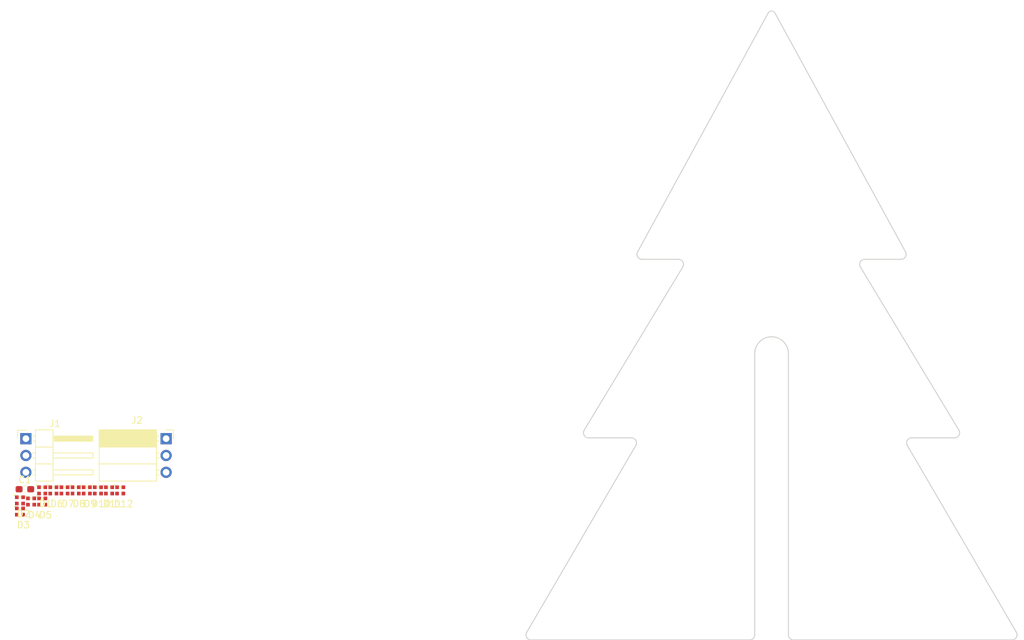
<source format=kicad_pcb>
(kicad_pcb (version 20171130) (host pcbnew "(5.0.2)-1")

  (general
    (thickness 1.6)
    (drawings 28)
    (tracks 0)
    (zones 0)
    (modules 15)
    (nets 16)
  )

  (page A4)
  (layers
    (0 F.Cu signal)
    (31 B.Cu signal)
    (32 B.Adhes user)
    (33 F.Adhes user)
    (34 B.Paste user)
    (35 F.Paste user)
    (36 B.SilkS user)
    (37 F.SilkS user)
    (38 B.Mask user)
    (39 F.Mask user)
    (40 Dwgs.User user)
    (41 Cmts.User user)
    (42 Eco1.User user)
    (43 Eco2.User user)
    (44 Edge.Cuts user)
    (45 Margin user)
    (46 B.CrtYd user)
    (47 F.CrtYd user)
    (48 B.Fab user)
    (49 F.Fab user)
  )

  (setup
    (last_trace_width 0.25)
    (trace_clearance 0.2)
    (zone_clearance 0.508)
    (zone_45_only no)
    (trace_min 0.2)
    (segment_width 0.2)
    (edge_width 0.15)
    (via_size 0.8)
    (via_drill 0.4)
    (via_min_size 0.4)
    (via_min_drill 0.3)
    (uvia_size 0.3)
    (uvia_drill 0.1)
    (uvias_allowed no)
    (uvia_min_size 0.2)
    (uvia_min_drill 0.1)
    (pcb_text_width 0.3)
    (pcb_text_size 1.5 1.5)
    (mod_edge_width 0.15)
    (mod_text_size 1 1)
    (mod_text_width 0.15)
    (pad_size 1.524 1.524)
    (pad_drill 0.762)
    (pad_to_mask_clearance 0.051)
    (solder_mask_min_width 0.25)
    (aux_axis_origin 0 0)
    (visible_elements 7FFFFFFF)
    (pcbplotparams
      (layerselection 0x010fc_ffffffff)
      (usegerberextensions false)
      (usegerberattributes false)
      (usegerberadvancedattributes false)
      (creategerberjobfile false)
      (excludeedgelayer true)
      (linewidth 0.100000)
      (plotframeref false)
      (viasonmask false)
      (mode 1)
      (useauxorigin false)
      (hpglpennumber 1)
      (hpglpenspeed 20)
      (hpglpendiameter 15.000000)
      (psnegative false)
      (psa4output false)
      (plotreference true)
      (plotvalue true)
      (plotinvisibletext false)
      (padsonsilk false)
      (subtractmaskfromsilk false)
      (outputformat 1)
      (mirror false)
      (drillshape 1)
      (scaleselection 1)
      (outputdirectory ""))
  )

  (net 0 "")
  (net 1 +5V)
  (net 2 GND)
  (net 3 "Net-(D1-Pad1)")
  (net 4 "Net-(D2-Pad1)")
  (net 5 "Net-(D4-Pad1)")
  (net 6 "Net-(D5-Pad1)")
  (net 7 "Net-(D7-Pad1)")
  (net 8 "Net-(D8-Pad1)")
  (net 9 "Net-(D10-Pad3)")
  (net 10 "Net-(D10-Pad1)")
  (net 11 "Net-(D11-Pad1)")
  (net 12 /DIn)
  (net 13 "Net-(D3-Pad1)")
  (net 14 "Net-(D6-Pad1)")
  (net 15 /DOut)

  (net_class Default "This is the default net class."
    (clearance 0.2)
    (trace_width 0.25)
    (via_dia 0.8)
    (via_drill 0.4)
    (uvia_dia 0.3)
    (uvia_drill 0.1)
    (add_net +5V)
    (add_net /DIn)
    (add_net /DOut)
    (add_net GND)
    (add_net "Net-(D1-Pad1)")
    (add_net "Net-(D10-Pad1)")
    (add_net "Net-(D10-Pad3)")
    (add_net "Net-(D11-Pad1)")
    (add_net "Net-(D2-Pad1)")
    (add_net "Net-(D3-Pad1)")
    (add_net "Net-(D4-Pad1)")
    (add_net "Net-(D5-Pad1)")
    (add_net "Net-(D6-Pad1)")
    (add_net "Net-(D7-Pad1)")
    (add_net "Net-(D8-Pad1)")
  )

  (module Capacitor_SMD:C_0603_1608Metric_Pad1.05x0.95mm_HandSolder (layer F.Cu) (tedit 5B301BBE) (tstamp 5EDBC6D5)
    (at 29.615001 104.273201)
    (descr "Capacitor SMD 0603 (1608 Metric), square (rectangular) end terminal, IPC_7351 nominal with elongated pad for handsoldering. (Body size source: http://www.tortai-tech.com/upload/download/2011102023233369053.pdf), generated with kicad-footprint-generator")
    (tags "capacitor handsolder")
    (path /5ED64B50)
    (attr smd)
    (fp_text reference C1 (at 0 -1.43) (layer F.SilkS)
      (effects (font (size 1 1) (thickness 0.15)))
    )
    (fp_text value 10u (at 0 1.43) (layer F.Fab)
      (effects (font (size 1 1) (thickness 0.15)))
    )
    (fp_line (start -0.8 0.4) (end -0.8 -0.4) (layer F.Fab) (width 0.1))
    (fp_line (start -0.8 -0.4) (end 0.8 -0.4) (layer F.Fab) (width 0.1))
    (fp_line (start 0.8 -0.4) (end 0.8 0.4) (layer F.Fab) (width 0.1))
    (fp_line (start 0.8 0.4) (end -0.8 0.4) (layer F.Fab) (width 0.1))
    (fp_line (start -0.171267 -0.51) (end 0.171267 -0.51) (layer F.SilkS) (width 0.12))
    (fp_line (start -0.171267 0.51) (end 0.171267 0.51) (layer F.SilkS) (width 0.12))
    (fp_line (start -1.65 0.73) (end -1.65 -0.73) (layer F.CrtYd) (width 0.05))
    (fp_line (start -1.65 -0.73) (end 1.65 -0.73) (layer F.CrtYd) (width 0.05))
    (fp_line (start 1.65 -0.73) (end 1.65 0.73) (layer F.CrtYd) (width 0.05))
    (fp_line (start 1.65 0.73) (end -1.65 0.73) (layer F.CrtYd) (width 0.05))
    (fp_text user %R (at 0 0) (layer F.Fab)
      (effects (font (size 0.4 0.4) (thickness 0.06)))
    )
    (pad 1 smd roundrect (at -0.875 0) (size 1.05 0.95) (layers F.Cu F.Paste F.Mask) (roundrect_rratio 0.25)
      (net 1 +5V))
    (pad 2 smd roundrect (at 0.875 0) (size 1.05 0.95) (layers F.Cu F.Paste F.Mask) (roundrect_rratio 0.25)
      (net 2 GND))
    (model ${KISYS3DMOD}/Capacitor_SMD.3dshapes/C_0603_1608Metric.wrl
      (at (xyz 0 0 0))
      (scale (xyz 1 1 1))
      (rotate (xyz 0 0 0))
    )
  )

  (module ProjectLibrary:SK6805-EC (layer F.Cu) (tedit 5EDA3690) (tstamp 5EDBC6E1)
    (at 32.215901 104.444101)
    (path /5ED64CE0)
    (fp_text reference D1 (at 0.508 2.032) (layer F.SilkS)
      (effects (font (size 1 1) (thickness 0.15)))
    )
    (fp_text value SK6805 (at 0 -1.778) (layer F.Fab)
      (effects (font (size 1 1) (thickness 0.15)))
    )
    (fp_line (start -0.7239 -0.8509) (end -0.8509 -0.8509) (layer F.SilkS) (width 0.15))
    (fp_line (start -0.8509 -0.8509) (end -0.8509 -0.7239) (layer F.SilkS) (width 0.15))
    (fp_line (start -0.0635 -0.5969) (end 0.0635 -0.4699) (layer F.SilkS) (width 0.15))
    (fp_line (start 0.0635 -0.4699) (end -0.0635 -0.3429) (layer F.SilkS) (width 0.15))
    (pad 1 smd rect (at -0.4699 -0.4699) (size 0.55 0.55) (layers F.Cu F.Paste F.Mask)
      (net 3 "Net-(D1-Pad1)"))
    (pad 4 smd rect (at 0.4801 -0.4699) (size 0.55 0.55) (layers F.Cu F.Paste F.Mask)
      (net 1 +5V))
    (pad 2 smd rect (at -0.4699 0.4801) (size 0.55 0.55) (layers F.Cu F.Paste F.Mask)
      (net 2 GND))
    (pad 3 smd rect (at 0.4801 0.4801) (size 0.55 0.55) (layers F.Cu F.Paste F.Mask)
      (net 12 /DIn))
  )

  (module ProjectLibrary:SK6805-EC (layer F.Cu) (tedit 5EDA3690) (tstamp 5EDBC6ED)
    (at 28.865901 105.954101)
    (path /5ED64F71)
    (fp_text reference D2 (at 0.508 2.032) (layer F.SilkS)
      (effects (font (size 1 1) (thickness 0.15)))
    )
    (fp_text value SK6805 (at 0 -1.778) (layer F.Fab)
      (effects (font (size 1 1) (thickness 0.15)))
    )
    (fp_line (start 0.0635 -0.4699) (end -0.0635 -0.3429) (layer F.SilkS) (width 0.15))
    (fp_line (start -0.0635 -0.5969) (end 0.0635 -0.4699) (layer F.SilkS) (width 0.15))
    (fp_line (start -0.8509 -0.8509) (end -0.8509 -0.7239) (layer F.SilkS) (width 0.15))
    (fp_line (start -0.7239 -0.8509) (end -0.8509 -0.8509) (layer F.SilkS) (width 0.15))
    (pad 3 smd rect (at 0.4801 0.4801) (size 0.55 0.55) (layers F.Cu F.Paste F.Mask)
      (net 3 "Net-(D1-Pad1)"))
    (pad 2 smd rect (at -0.4699 0.4801) (size 0.55 0.55) (layers F.Cu F.Paste F.Mask)
      (net 2 GND))
    (pad 4 smd rect (at 0.4801 -0.4699) (size 0.55 0.55) (layers F.Cu F.Paste F.Mask)
      (net 1 +5V))
    (pad 1 smd rect (at -0.4699 -0.4699) (size 0.55 0.55) (layers F.Cu F.Paste F.Mask)
      (net 4 "Net-(D2-Pad1)"))
  )

  (module ProjectLibrary:SK6805-EC (layer F.Cu) (tedit 5EDA3690) (tstamp 5EDBC6F9)
    (at 28.865901 107.634101)
    (path /5ED65164)
    (fp_text reference D3 (at 0.508 2.032) (layer F.SilkS)
      (effects (font (size 1 1) (thickness 0.15)))
    )
    (fp_text value SK6805 (at 0 -1.778) (layer F.Fab)
      (effects (font (size 1 1) (thickness 0.15)))
    )
    (fp_line (start -0.7239 -0.8509) (end -0.8509 -0.8509) (layer F.SilkS) (width 0.15))
    (fp_line (start -0.8509 -0.8509) (end -0.8509 -0.7239) (layer F.SilkS) (width 0.15))
    (fp_line (start -0.0635 -0.5969) (end 0.0635 -0.4699) (layer F.SilkS) (width 0.15))
    (fp_line (start 0.0635 -0.4699) (end -0.0635 -0.3429) (layer F.SilkS) (width 0.15))
    (pad 1 smd rect (at -0.4699 -0.4699) (size 0.55 0.55) (layers F.Cu F.Paste F.Mask)
      (net 13 "Net-(D3-Pad1)"))
    (pad 4 smd rect (at 0.4801 -0.4699) (size 0.55 0.55) (layers F.Cu F.Paste F.Mask)
      (net 1 +5V))
    (pad 2 smd rect (at -0.4699 0.4801) (size 0.55 0.55) (layers F.Cu F.Paste F.Mask)
      (net 2 GND))
    (pad 3 smd rect (at 0.4801 0.4801) (size 0.55 0.55) (layers F.Cu F.Paste F.Mask)
      (net 4 "Net-(D2-Pad1)"))
  )

  (module ProjectLibrary:SK6805-EC (layer F.Cu) (tedit 5EDA3690) (tstamp 5EDBC705)
    (at 30.545901 106.124101)
    (path /5ED65258)
    (fp_text reference D4 (at 0.508 2.032) (layer F.SilkS)
      (effects (font (size 1 1) (thickness 0.15)))
    )
    (fp_text value SK6805 (at 0 -1.778) (layer F.Fab)
      (effects (font (size 1 1) (thickness 0.15)))
    )
    (fp_line (start 0.0635 -0.4699) (end -0.0635 -0.3429) (layer F.SilkS) (width 0.15))
    (fp_line (start -0.0635 -0.5969) (end 0.0635 -0.4699) (layer F.SilkS) (width 0.15))
    (fp_line (start -0.8509 -0.8509) (end -0.8509 -0.7239) (layer F.SilkS) (width 0.15))
    (fp_line (start -0.7239 -0.8509) (end -0.8509 -0.8509) (layer F.SilkS) (width 0.15))
    (pad 3 smd rect (at 0.4801 0.4801) (size 0.55 0.55) (layers F.Cu F.Paste F.Mask)
      (net 13 "Net-(D3-Pad1)"))
    (pad 2 smd rect (at -0.4699 0.4801) (size 0.55 0.55) (layers F.Cu F.Paste F.Mask)
      (net 2 GND))
    (pad 4 smd rect (at 0.4801 -0.4699) (size 0.55 0.55) (layers F.Cu F.Paste F.Mask)
      (net 1 +5V))
    (pad 1 smd rect (at -0.4699 -0.4699) (size 0.55 0.55) (layers F.Cu F.Paste F.Mask)
      (net 5 "Net-(D4-Pad1)"))
  )

  (module ProjectLibrary:SK6805-EC (layer F.Cu) (tedit 5EDA3690) (tstamp 5EDBC711)
    (at 32.225901 106.124101)
    (path /5ED6525F)
    (fp_text reference D5 (at 0.508 2.032) (layer F.SilkS)
      (effects (font (size 1 1) (thickness 0.15)))
    )
    (fp_text value SK6805 (at 0 -1.778) (layer F.Fab)
      (effects (font (size 1 1) (thickness 0.15)))
    )
    (fp_line (start -0.7239 -0.8509) (end -0.8509 -0.8509) (layer F.SilkS) (width 0.15))
    (fp_line (start -0.8509 -0.8509) (end -0.8509 -0.7239) (layer F.SilkS) (width 0.15))
    (fp_line (start -0.0635 -0.5969) (end 0.0635 -0.4699) (layer F.SilkS) (width 0.15))
    (fp_line (start 0.0635 -0.4699) (end -0.0635 -0.3429) (layer F.SilkS) (width 0.15))
    (pad 1 smd rect (at -0.4699 -0.4699) (size 0.55 0.55) (layers F.Cu F.Paste F.Mask)
      (net 6 "Net-(D5-Pad1)"))
    (pad 4 smd rect (at 0.4801 -0.4699) (size 0.55 0.55) (layers F.Cu F.Paste F.Mask)
      (net 1 +5V))
    (pad 2 smd rect (at -0.4699 0.4801) (size 0.55 0.55) (layers F.Cu F.Paste F.Mask)
      (net 2 GND))
    (pad 3 smd rect (at 0.4801 0.4801) (size 0.55 0.55) (layers F.Cu F.Paste F.Mask)
      (net 5 "Net-(D4-Pad1)"))
  )

  (module ProjectLibrary:SK6805-EC (layer F.Cu) (tedit 5EDA3690) (tstamp 5EDBC71D)
    (at 33.905901 104.444101)
    (path /5ED65389)
    (fp_text reference D6 (at 0.508 2.032) (layer F.SilkS)
      (effects (font (size 1 1) (thickness 0.15)))
    )
    (fp_text value SK6805 (at 0 -1.778) (layer F.Fab)
      (effects (font (size 1 1) (thickness 0.15)))
    )
    (fp_line (start 0.0635 -0.4699) (end -0.0635 -0.3429) (layer F.SilkS) (width 0.15))
    (fp_line (start -0.0635 -0.5969) (end 0.0635 -0.4699) (layer F.SilkS) (width 0.15))
    (fp_line (start -0.8509 -0.8509) (end -0.8509 -0.7239) (layer F.SilkS) (width 0.15))
    (fp_line (start -0.7239 -0.8509) (end -0.8509 -0.8509) (layer F.SilkS) (width 0.15))
    (pad 3 smd rect (at 0.4801 0.4801) (size 0.55 0.55) (layers F.Cu F.Paste F.Mask)
      (net 6 "Net-(D5-Pad1)"))
    (pad 2 smd rect (at -0.4699 0.4801) (size 0.55 0.55) (layers F.Cu F.Paste F.Mask)
      (net 2 GND))
    (pad 4 smd rect (at 0.4801 -0.4699) (size 0.55 0.55) (layers F.Cu F.Paste F.Mask)
      (net 1 +5V))
    (pad 1 smd rect (at -0.4699 -0.4699) (size 0.55 0.55) (layers F.Cu F.Paste F.Mask)
      (net 14 "Net-(D6-Pad1)"))
  )

  (module ProjectLibrary:SK6805-EC (layer F.Cu) (tedit 5EDA3690) (tstamp 5EDBC729)
    (at 35.585901 104.444101)
    (path /5ED6787C)
    (fp_text reference D7 (at 0.508 2.032) (layer F.SilkS)
      (effects (font (size 1 1) (thickness 0.15)))
    )
    (fp_text value SK6805 (at 0 -1.778) (layer F.Fab)
      (effects (font (size 1 1) (thickness 0.15)))
    )
    (fp_line (start -0.7239 -0.8509) (end -0.8509 -0.8509) (layer F.SilkS) (width 0.15))
    (fp_line (start -0.8509 -0.8509) (end -0.8509 -0.7239) (layer F.SilkS) (width 0.15))
    (fp_line (start -0.0635 -0.5969) (end 0.0635 -0.4699) (layer F.SilkS) (width 0.15))
    (fp_line (start 0.0635 -0.4699) (end -0.0635 -0.3429) (layer F.SilkS) (width 0.15))
    (pad 1 smd rect (at -0.4699 -0.4699) (size 0.55 0.55) (layers F.Cu F.Paste F.Mask)
      (net 7 "Net-(D7-Pad1)"))
    (pad 4 smd rect (at 0.4801 -0.4699) (size 0.55 0.55) (layers F.Cu F.Paste F.Mask)
      (net 1 +5V))
    (pad 2 smd rect (at -0.4699 0.4801) (size 0.55 0.55) (layers F.Cu F.Paste F.Mask)
      (net 2 GND))
    (pad 3 smd rect (at 0.4801 0.4801) (size 0.55 0.55) (layers F.Cu F.Paste F.Mask)
      (net 14 "Net-(D6-Pad1)"))
  )

  (module ProjectLibrary:SK6805-EC (layer F.Cu) (tedit 5EDA3690) (tstamp 5EDBC735)
    (at 37.265901 104.444101)
    (path /5ED67884)
    (fp_text reference D8 (at 0.508 2.032) (layer F.SilkS)
      (effects (font (size 1 1) (thickness 0.15)))
    )
    (fp_text value SK6805 (at 0 -1.778) (layer F.Fab)
      (effects (font (size 1 1) (thickness 0.15)))
    )
    (fp_line (start 0.0635 -0.4699) (end -0.0635 -0.3429) (layer F.SilkS) (width 0.15))
    (fp_line (start -0.0635 -0.5969) (end 0.0635 -0.4699) (layer F.SilkS) (width 0.15))
    (fp_line (start -0.8509 -0.8509) (end -0.8509 -0.7239) (layer F.SilkS) (width 0.15))
    (fp_line (start -0.7239 -0.8509) (end -0.8509 -0.8509) (layer F.SilkS) (width 0.15))
    (pad 3 smd rect (at 0.4801 0.4801) (size 0.55 0.55) (layers F.Cu F.Paste F.Mask)
      (net 7 "Net-(D7-Pad1)"))
    (pad 2 smd rect (at -0.4699 0.4801) (size 0.55 0.55) (layers F.Cu F.Paste F.Mask)
      (net 2 GND))
    (pad 4 smd rect (at 0.4801 -0.4699) (size 0.55 0.55) (layers F.Cu F.Paste F.Mask)
      (net 1 +5V))
    (pad 1 smd rect (at -0.4699 -0.4699) (size 0.55 0.55) (layers F.Cu F.Paste F.Mask)
      (net 8 "Net-(D8-Pad1)"))
  )

  (module ProjectLibrary:SK6805-EC (layer F.Cu) (tedit 5EDA3690) (tstamp 5EDBC741)
    (at 38.945901 104.444101)
    (path /5ED6788B)
    (fp_text reference D9 (at 0.508 2.032) (layer F.SilkS)
      (effects (font (size 1 1) (thickness 0.15)))
    )
    (fp_text value SK6805 (at 0 -1.778) (layer F.Fab)
      (effects (font (size 1 1) (thickness 0.15)))
    )
    (fp_line (start -0.7239 -0.8509) (end -0.8509 -0.8509) (layer F.SilkS) (width 0.15))
    (fp_line (start -0.8509 -0.8509) (end -0.8509 -0.7239) (layer F.SilkS) (width 0.15))
    (fp_line (start -0.0635 -0.5969) (end 0.0635 -0.4699) (layer F.SilkS) (width 0.15))
    (fp_line (start 0.0635 -0.4699) (end -0.0635 -0.3429) (layer F.SilkS) (width 0.15))
    (pad 1 smd rect (at -0.4699 -0.4699) (size 0.55 0.55) (layers F.Cu F.Paste F.Mask)
      (net 9 "Net-(D10-Pad3)"))
    (pad 4 smd rect (at 0.4801 -0.4699) (size 0.55 0.55) (layers F.Cu F.Paste F.Mask)
      (net 1 +5V))
    (pad 2 smd rect (at -0.4699 0.4801) (size 0.55 0.55) (layers F.Cu F.Paste F.Mask)
      (net 2 GND))
    (pad 3 smd rect (at 0.4801 0.4801) (size 0.55 0.55) (layers F.Cu F.Paste F.Mask)
      (net 8 "Net-(D8-Pad1)"))
  )

  (module ProjectLibrary:SK6805-EC (layer F.Cu) (tedit 5EDA3690) (tstamp 5EDBC74D)
    (at 40.625901 104.444101)
    (path /5ED67892)
    (fp_text reference D10 (at 0.508 2.032) (layer F.SilkS)
      (effects (font (size 1 1) (thickness 0.15)))
    )
    (fp_text value SK6805 (at 0 -1.778) (layer F.Fab)
      (effects (font (size 1 1) (thickness 0.15)))
    )
    (fp_line (start 0.0635 -0.4699) (end -0.0635 -0.3429) (layer F.SilkS) (width 0.15))
    (fp_line (start -0.0635 -0.5969) (end 0.0635 -0.4699) (layer F.SilkS) (width 0.15))
    (fp_line (start -0.8509 -0.8509) (end -0.8509 -0.7239) (layer F.SilkS) (width 0.15))
    (fp_line (start -0.7239 -0.8509) (end -0.8509 -0.8509) (layer F.SilkS) (width 0.15))
    (pad 3 smd rect (at 0.4801 0.4801) (size 0.55 0.55) (layers F.Cu F.Paste F.Mask)
      (net 9 "Net-(D10-Pad3)"))
    (pad 2 smd rect (at -0.4699 0.4801) (size 0.55 0.55) (layers F.Cu F.Paste F.Mask)
      (net 2 GND))
    (pad 4 smd rect (at 0.4801 -0.4699) (size 0.55 0.55) (layers F.Cu F.Paste F.Mask)
      (net 1 +5V))
    (pad 1 smd rect (at -0.4699 -0.4699) (size 0.55 0.55) (layers F.Cu F.Paste F.Mask)
      (net 10 "Net-(D10-Pad1)"))
  )

  (module ProjectLibrary:SK6805-EC (layer F.Cu) (tedit 5EDA3690) (tstamp 5EDBC759)
    (at 42.305901 104.444101)
    (path /5ED67899)
    (fp_text reference D11 (at 0.508 2.032) (layer F.SilkS)
      (effects (font (size 1 1) (thickness 0.15)))
    )
    (fp_text value SK6805 (at 0 -1.778) (layer F.Fab)
      (effects (font (size 1 1) (thickness 0.15)))
    )
    (fp_line (start -0.7239 -0.8509) (end -0.8509 -0.8509) (layer F.SilkS) (width 0.15))
    (fp_line (start -0.8509 -0.8509) (end -0.8509 -0.7239) (layer F.SilkS) (width 0.15))
    (fp_line (start -0.0635 -0.5969) (end 0.0635 -0.4699) (layer F.SilkS) (width 0.15))
    (fp_line (start 0.0635 -0.4699) (end -0.0635 -0.3429) (layer F.SilkS) (width 0.15))
    (pad 1 smd rect (at -0.4699 -0.4699) (size 0.55 0.55) (layers F.Cu F.Paste F.Mask)
      (net 11 "Net-(D11-Pad1)"))
    (pad 4 smd rect (at 0.4801 -0.4699) (size 0.55 0.55) (layers F.Cu F.Paste F.Mask)
      (net 1 +5V))
    (pad 2 smd rect (at -0.4699 0.4801) (size 0.55 0.55) (layers F.Cu F.Paste F.Mask)
      (net 2 GND))
    (pad 3 smd rect (at 0.4801 0.4801) (size 0.55 0.55) (layers F.Cu F.Paste F.Mask)
      (net 10 "Net-(D10-Pad1)"))
  )

  (module ProjectLibrary:SK6805-EC (layer F.Cu) (tedit 5EDA3690) (tstamp 5EDBC765)
    (at 43.985901 104.444101)
    (path /5ED678A0)
    (fp_text reference D12 (at 0.508 2.032) (layer F.SilkS)
      (effects (font (size 1 1) (thickness 0.15)))
    )
    (fp_text value SK6805 (at 0 -1.778) (layer F.Fab)
      (effects (font (size 1 1) (thickness 0.15)))
    )
    (fp_line (start 0.0635 -0.4699) (end -0.0635 -0.3429) (layer F.SilkS) (width 0.15))
    (fp_line (start -0.0635 -0.5969) (end 0.0635 -0.4699) (layer F.SilkS) (width 0.15))
    (fp_line (start -0.8509 -0.8509) (end -0.8509 -0.7239) (layer F.SilkS) (width 0.15))
    (fp_line (start -0.7239 -0.8509) (end -0.8509 -0.8509) (layer F.SilkS) (width 0.15))
    (pad 3 smd rect (at 0.4801 0.4801) (size 0.55 0.55) (layers F.Cu F.Paste F.Mask)
      (net 11 "Net-(D11-Pad1)"))
    (pad 2 smd rect (at -0.4699 0.4801) (size 0.55 0.55) (layers F.Cu F.Paste F.Mask)
      (net 2 GND))
    (pad 4 smd rect (at 0.4801 -0.4699) (size 0.55 0.55) (layers F.Cu F.Paste F.Mask)
      (net 1 +5V))
    (pad 1 smd rect (at -0.4699 -0.4699) (size 0.55 0.55) (layers F.Cu F.Paste F.Mask)
      (net 15 /DOut))
  )

  (module Connector_PinHeader_2.54mm:PinHeader_1x03_P2.54mm_Horizontal (layer F.Cu) (tedit 59FED5CB) (tstamp 5EDBC7A5)
    (at 29.765001 96.643201)
    (descr "Through hole angled pin header, 1x03, 2.54mm pitch, 6mm pin length, single row")
    (tags "Through hole angled pin header THT 1x03 2.54mm single row")
    (path /5ED649F4)
    (fp_text reference J1 (at 4.385 -2.27) (layer F.SilkS)
      (effects (font (size 1 1) (thickness 0.15)))
    )
    (fp_text value "NEO In" (at 4.385 7.35) (layer F.Fab)
      (effects (font (size 1 1) (thickness 0.15)))
    )
    (fp_line (start 2.135 -1.27) (end 4.04 -1.27) (layer F.Fab) (width 0.1))
    (fp_line (start 4.04 -1.27) (end 4.04 6.35) (layer F.Fab) (width 0.1))
    (fp_line (start 4.04 6.35) (end 1.5 6.35) (layer F.Fab) (width 0.1))
    (fp_line (start 1.5 6.35) (end 1.5 -0.635) (layer F.Fab) (width 0.1))
    (fp_line (start 1.5 -0.635) (end 2.135 -1.27) (layer F.Fab) (width 0.1))
    (fp_line (start -0.32 -0.32) (end 1.5 -0.32) (layer F.Fab) (width 0.1))
    (fp_line (start -0.32 -0.32) (end -0.32 0.32) (layer F.Fab) (width 0.1))
    (fp_line (start -0.32 0.32) (end 1.5 0.32) (layer F.Fab) (width 0.1))
    (fp_line (start 4.04 -0.32) (end 10.04 -0.32) (layer F.Fab) (width 0.1))
    (fp_line (start 10.04 -0.32) (end 10.04 0.32) (layer F.Fab) (width 0.1))
    (fp_line (start 4.04 0.32) (end 10.04 0.32) (layer F.Fab) (width 0.1))
    (fp_line (start -0.32 2.22) (end 1.5 2.22) (layer F.Fab) (width 0.1))
    (fp_line (start -0.32 2.22) (end -0.32 2.86) (layer F.Fab) (width 0.1))
    (fp_line (start -0.32 2.86) (end 1.5 2.86) (layer F.Fab) (width 0.1))
    (fp_line (start 4.04 2.22) (end 10.04 2.22) (layer F.Fab) (width 0.1))
    (fp_line (start 10.04 2.22) (end 10.04 2.86) (layer F.Fab) (width 0.1))
    (fp_line (start 4.04 2.86) (end 10.04 2.86) (layer F.Fab) (width 0.1))
    (fp_line (start -0.32 4.76) (end 1.5 4.76) (layer F.Fab) (width 0.1))
    (fp_line (start -0.32 4.76) (end -0.32 5.4) (layer F.Fab) (width 0.1))
    (fp_line (start -0.32 5.4) (end 1.5 5.4) (layer F.Fab) (width 0.1))
    (fp_line (start 4.04 4.76) (end 10.04 4.76) (layer F.Fab) (width 0.1))
    (fp_line (start 10.04 4.76) (end 10.04 5.4) (layer F.Fab) (width 0.1))
    (fp_line (start 4.04 5.4) (end 10.04 5.4) (layer F.Fab) (width 0.1))
    (fp_line (start 1.44 -1.33) (end 1.44 6.41) (layer F.SilkS) (width 0.12))
    (fp_line (start 1.44 6.41) (end 4.1 6.41) (layer F.SilkS) (width 0.12))
    (fp_line (start 4.1 6.41) (end 4.1 -1.33) (layer F.SilkS) (width 0.12))
    (fp_line (start 4.1 -1.33) (end 1.44 -1.33) (layer F.SilkS) (width 0.12))
    (fp_line (start 4.1 -0.38) (end 10.1 -0.38) (layer F.SilkS) (width 0.12))
    (fp_line (start 10.1 -0.38) (end 10.1 0.38) (layer F.SilkS) (width 0.12))
    (fp_line (start 10.1 0.38) (end 4.1 0.38) (layer F.SilkS) (width 0.12))
    (fp_line (start 4.1 -0.32) (end 10.1 -0.32) (layer F.SilkS) (width 0.12))
    (fp_line (start 4.1 -0.2) (end 10.1 -0.2) (layer F.SilkS) (width 0.12))
    (fp_line (start 4.1 -0.08) (end 10.1 -0.08) (layer F.SilkS) (width 0.12))
    (fp_line (start 4.1 0.04) (end 10.1 0.04) (layer F.SilkS) (width 0.12))
    (fp_line (start 4.1 0.16) (end 10.1 0.16) (layer F.SilkS) (width 0.12))
    (fp_line (start 4.1 0.28) (end 10.1 0.28) (layer F.SilkS) (width 0.12))
    (fp_line (start 1.11 -0.38) (end 1.44 -0.38) (layer F.SilkS) (width 0.12))
    (fp_line (start 1.11 0.38) (end 1.44 0.38) (layer F.SilkS) (width 0.12))
    (fp_line (start 1.44 1.27) (end 4.1 1.27) (layer F.SilkS) (width 0.12))
    (fp_line (start 4.1 2.16) (end 10.1 2.16) (layer F.SilkS) (width 0.12))
    (fp_line (start 10.1 2.16) (end 10.1 2.92) (layer F.SilkS) (width 0.12))
    (fp_line (start 10.1 2.92) (end 4.1 2.92) (layer F.SilkS) (width 0.12))
    (fp_line (start 1.042929 2.16) (end 1.44 2.16) (layer F.SilkS) (width 0.12))
    (fp_line (start 1.042929 2.92) (end 1.44 2.92) (layer F.SilkS) (width 0.12))
    (fp_line (start 1.44 3.81) (end 4.1 3.81) (layer F.SilkS) (width 0.12))
    (fp_line (start 4.1 4.7) (end 10.1 4.7) (layer F.SilkS) (width 0.12))
    (fp_line (start 10.1 4.7) (end 10.1 5.46) (layer F.SilkS) (width 0.12))
    (fp_line (start 10.1 5.46) (end 4.1 5.46) (layer F.SilkS) (width 0.12))
    (fp_line (start 1.042929 4.7) (end 1.44 4.7) (layer F.SilkS) (width 0.12))
    (fp_line (start 1.042929 5.46) (end 1.44 5.46) (layer F.SilkS) (width 0.12))
    (fp_line (start -1.27 0) (end -1.27 -1.27) (layer F.SilkS) (width 0.12))
    (fp_line (start -1.27 -1.27) (end 0 -1.27) (layer F.SilkS) (width 0.12))
    (fp_line (start -1.8 -1.8) (end -1.8 6.85) (layer F.CrtYd) (width 0.05))
    (fp_line (start -1.8 6.85) (end 10.55 6.85) (layer F.CrtYd) (width 0.05))
    (fp_line (start 10.55 6.85) (end 10.55 -1.8) (layer F.CrtYd) (width 0.05))
    (fp_line (start 10.55 -1.8) (end -1.8 -1.8) (layer F.CrtYd) (width 0.05))
    (fp_text user %R (at 2.77 2.54 90) (layer F.Fab)
      (effects (font (size 1 1) (thickness 0.15)))
    )
    (pad 1 thru_hole rect (at 0 0) (size 1.7 1.7) (drill 1) (layers *.Cu *.Mask)
      (net 1 +5V))
    (pad 2 thru_hole oval (at 0 2.54) (size 1.7 1.7) (drill 1) (layers *.Cu *.Mask)
      (net 12 /DIn))
    (pad 3 thru_hole oval (at 0 5.08) (size 1.7 1.7) (drill 1) (layers *.Cu *.Mask)
      (net 2 GND))
    (model ${KISYS3DMOD}/Connector_PinHeader_2.54mm.3dshapes/PinHeader_1x03_P2.54mm_Horizontal.wrl
      (at (xyz 0 0 0))
      (scale (xyz 1 1 1))
      (rotate (xyz 0 0 0))
    )
  )

  (module Connector_PinSocket_2.54mm:PinSocket_1x03_P2.54mm_Horizontal (layer F.Cu) (tedit 5A19A429) (tstamp 5EDBC7E2)
    (at 50.915001 96.643201)
    (descr "Through hole angled socket strip, 1x03, 2.54mm pitch, 8.51mm socket length, single row (from Kicad 4.0.7), script generated")
    (tags "Through hole angled socket strip THT 1x03 2.54mm single row")
    (path /5ED6A558)
    (fp_text reference J2 (at -4.38 -2.77) (layer F.SilkS)
      (effects (font (size 1 1) (thickness 0.15)))
    )
    (fp_text value Conn_01x03_Female (at -4.38 7.85) (layer F.Fab)
      (effects (font (size 1 1) (thickness 0.15)))
    )
    (fp_line (start -10.03 -1.27) (end -2.49 -1.27) (layer F.Fab) (width 0.1))
    (fp_line (start -2.49 -1.27) (end -1.52 -0.3) (layer F.Fab) (width 0.1))
    (fp_line (start -1.52 -0.3) (end -1.52 6.35) (layer F.Fab) (width 0.1))
    (fp_line (start -1.52 6.35) (end -10.03 6.35) (layer F.Fab) (width 0.1))
    (fp_line (start -10.03 6.35) (end -10.03 -1.27) (layer F.Fab) (width 0.1))
    (fp_line (start 0 -0.3) (end -1.52 -0.3) (layer F.Fab) (width 0.1))
    (fp_line (start -1.52 0.3) (end 0 0.3) (layer F.Fab) (width 0.1))
    (fp_line (start 0 0.3) (end 0 -0.3) (layer F.Fab) (width 0.1))
    (fp_line (start 0 2.24) (end -1.52 2.24) (layer F.Fab) (width 0.1))
    (fp_line (start -1.52 2.84) (end 0 2.84) (layer F.Fab) (width 0.1))
    (fp_line (start 0 2.84) (end 0 2.24) (layer F.Fab) (width 0.1))
    (fp_line (start 0 4.78) (end -1.52 4.78) (layer F.Fab) (width 0.1))
    (fp_line (start -1.52 5.38) (end 0 5.38) (layer F.Fab) (width 0.1))
    (fp_line (start 0 5.38) (end 0 4.78) (layer F.Fab) (width 0.1))
    (fp_line (start -10.09 -1.21) (end -1.46 -1.21) (layer F.SilkS) (width 0.12))
    (fp_line (start -10.09 -1.091905) (end -1.46 -1.091905) (layer F.SilkS) (width 0.12))
    (fp_line (start -10.09 -0.97381) (end -1.46 -0.97381) (layer F.SilkS) (width 0.12))
    (fp_line (start -10.09 -0.855715) (end -1.46 -0.855715) (layer F.SilkS) (width 0.12))
    (fp_line (start -10.09 -0.73762) (end -1.46 -0.73762) (layer F.SilkS) (width 0.12))
    (fp_line (start -10.09 -0.619525) (end -1.46 -0.619525) (layer F.SilkS) (width 0.12))
    (fp_line (start -10.09 -0.50143) (end -1.46 -0.50143) (layer F.SilkS) (width 0.12))
    (fp_line (start -10.09 -0.383335) (end -1.46 -0.383335) (layer F.SilkS) (width 0.12))
    (fp_line (start -10.09 -0.26524) (end -1.46 -0.26524) (layer F.SilkS) (width 0.12))
    (fp_line (start -10.09 -0.147145) (end -1.46 -0.147145) (layer F.SilkS) (width 0.12))
    (fp_line (start -10.09 -0.02905) (end -1.46 -0.02905) (layer F.SilkS) (width 0.12))
    (fp_line (start -10.09 0.089045) (end -1.46 0.089045) (layer F.SilkS) (width 0.12))
    (fp_line (start -10.09 0.20714) (end -1.46 0.20714) (layer F.SilkS) (width 0.12))
    (fp_line (start -10.09 0.325235) (end -1.46 0.325235) (layer F.SilkS) (width 0.12))
    (fp_line (start -10.09 0.44333) (end -1.46 0.44333) (layer F.SilkS) (width 0.12))
    (fp_line (start -10.09 0.561425) (end -1.46 0.561425) (layer F.SilkS) (width 0.12))
    (fp_line (start -10.09 0.67952) (end -1.46 0.67952) (layer F.SilkS) (width 0.12))
    (fp_line (start -10.09 0.797615) (end -1.46 0.797615) (layer F.SilkS) (width 0.12))
    (fp_line (start -10.09 0.91571) (end -1.46 0.91571) (layer F.SilkS) (width 0.12))
    (fp_line (start -10.09 1.033805) (end -1.46 1.033805) (layer F.SilkS) (width 0.12))
    (fp_line (start -10.09 1.1519) (end -1.46 1.1519) (layer F.SilkS) (width 0.12))
    (fp_line (start -1.46 -0.36) (end -1.11 -0.36) (layer F.SilkS) (width 0.12))
    (fp_line (start -1.46 0.36) (end -1.11 0.36) (layer F.SilkS) (width 0.12))
    (fp_line (start -1.46 2.18) (end -1.05 2.18) (layer F.SilkS) (width 0.12))
    (fp_line (start -1.46 2.9) (end -1.05 2.9) (layer F.SilkS) (width 0.12))
    (fp_line (start -1.46 4.72) (end -1.05 4.72) (layer F.SilkS) (width 0.12))
    (fp_line (start -1.46 5.44) (end -1.05 5.44) (layer F.SilkS) (width 0.12))
    (fp_line (start -10.09 1.27) (end -1.46 1.27) (layer F.SilkS) (width 0.12))
    (fp_line (start -10.09 3.81) (end -1.46 3.81) (layer F.SilkS) (width 0.12))
    (fp_line (start -10.09 -1.33) (end -1.46 -1.33) (layer F.SilkS) (width 0.12))
    (fp_line (start -1.46 -1.33) (end -1.46 6.41) (layer F.SilkS) (width 0.12))
    (fp_line (start -10.09 6.41) (end -1.46 6.41) (layer F.SilkS) (width 0.12))
    (fp_line (start -10.09 -1.33) (end -10.09 6.41) (layer F.SilkS) (width 0.12))
    (fp_line (start 1.11 -1.33) (end 1.11 0) (layer F.SilkS) (width 0.12))
    (fp_line (start 0 -1.33) (end 1.11 -1.33) (layer F.SilkS) (width 0.12))
    (fp_line (start 1.75 -1.8) (end -10.55 -1.8) (layer F.CrtYd) (width 0.05))
    (fp_line (start -10.55 -1.8) (end -10.55 6.85) (layer F.CrtYd) (width 0.05))
    (fp_line (start -10.55 6.85) (end 1.75 6.85) (layer F.CrtYd) (width 0.05))
    (fp_line (start 1.75 6.85) (end 1.75 -1.8) (layer F.CrtYd) (width 0.05))
    (fp_text user %R (at -5.775 2.54) (layer F.Fab)
      (effects (font (size 1 1) (thickness 0.15)))
    )
    (pad 1 thru_hole rect (at 0 0) (size 1.7 1.7) (drill 1) (layers *.Cu *.Mask)
      (net 1 +5V))
    (pad 2 thru_hole oval (at 0 2.54) (size 1.7 1.7) (drill 1) (layers *.Cu *.Mask)
      (net 15 /DOut))
    (pad 3 thru_hole oval (at 0 5.08) (size 1.7 1.7) (drill 1) (layers *.Cu *.Mask)
      (net 2 GND))
    (model ${KISYS3DMOD}/Connector_PinSocket_2.54mm.3dshapes/PinSocket_1x03_P2.54mm_Horizontal.wrl
      (at (xyz 0 0 0))
      (scale (xyz 1 1 1))
      (rotate (xyz 0 0 0))
    )
  )

  (gr_line (start 144.78 83.82) (end 144.78 126.238) (layer Edge.Cuts) (width 0.15) (tstamp 5EDBCE61))
  (gr_line (start 145.542 127) (end 178.5112 127) (layer Edge.Cuts) (width 0.15) (tstamp 5EDBCE79))
  (gr_arc (start 145.542 126.238) (end 145.542 127) (angle 90) (layer Edge.Cuts) (width 0.15) (tstamp 5EDBCE5E))
  (gr_arc (start 138.938 126.238) (end 138.938 127) (angle -90) (layer Edge.Cuts) (width 0.15) (tstamp 5EDBCE76))
  (gr_line (start 138.938 127) (end 105.9688 127) (layer Edge.Cuts) (width 0.15) (tstamp 5EDBCE73))
  (gr_line (start 139.7 83.82) (end 139.7 126.238) (layer Edge.Cuts) (width 0.15) (tstamp 5EDBCE5B))
  (gr_arc (start 142.24 83.82) (end 144.78 83.82) (angle -180) (layer Edge.Cuts) (width 0.15) (tstamp 5EDBCE7C))
  (gr_arc (start 142.24 32.766) (end 142.7226 32.385) (angle -103.4196736) (layer Edge.Cuts) (width 0.15) (tstamp 5EDBCE70))
  (gr_line (start 128.8542 70.739) (end 113.9698 95.377) (layer Edge.Cuts) (width 0.15) (tstamp 5EDBCE6D))
  (gr_line (start 121.7676 97.663) (end 105.3084 125.857) (layer Edge.Cuts) (width 0.15) (tstamp 5EDBCE6A))
  (gr_line (start 114.6302 96.52) (end 121.1072 96.52) (layer Edge.Cuts) (width 0.15) (tstamp 5EDBCE64))
  (gr_arc (start 105.9688 126.238) (end 105.9688 127) (angle 120) (layer Edge.Cuts) (width 0.15) (tstamp 5EDBCE67))
  (gr_arc (start 121.107567 97.282211) (end 121.107567 96.520211) (angle 120) (layer Edge.Cuts) (width 0.15) (tstamp 5EDBCE85))
  (gr_arc (start 122.707033 68.834) (end 122.707033 69.596) (angle 120) (layer Edge.Cuts) (width 0.15) (tstamp 5EDBCE8E))
  (gr_arc (start 128.194167 70.357633) (end 128.194167 69.595633) (angle 120) (layer Edge.Cuts) (width 0.15) (tstamp 5EDBCE8B))
  (gr_arc (start 114.6302 95.758) (end 114.6302 96.52) (angle 120) (layer Edge.Cuts) (width 0.15) (tstamp 5EDBCE97))
  (gr_line (start 141.7574 32.385) (end 122.047 68.453) (layer Edge.Cuts) (width 0.15) (tstamp 5EDBCE88))
  (gr_line (start 122.7074 69.596) (end 128.1938 69.596) (layer Edge.Cuts) (width 0.15) (tstamp 5EDBCE94))
  (gr_line (start 142.7226 32.385) (end 162.433 68.453) (layer Edge.Cuts) (width 0.15) (tstamp 5EDBCE82))
  (gr_arc (start 161.772967 68.834) (end 161.772967 69.596) (angle -120) (layer Edge.Cuts) (width 0.15) (tstamp 5EDBCE7F))
  (gr_arc (start 156.285833 70.357633) (end 156.285833 69.595633) (angle -120) (layer Edge.Cuts) (width 0.15) (tstamp 5EDBCE91))
  (gr_arc (start 169.8498 95.758) (end 169.8498 96.52) (angle -120) (layer Edge.Cuts) (width 0.15) (tstamp 5EDBCE58))
  (gr_arc (start 163.372433 97.282211) (end 163.372433 96.520211) (angle -120) (layer Edge.Cuts) (width 0.15) (tstamp 5EDBCE4C))
  (gr_arc (start 178.5112 126.238) (end 178.5112 127) (angle -120) (layer Edge.Cuts) (width 0.15) (tstamp 5EDBCE4F))
  (gr_line (start 162.7124 97.663) (end 179.1716 125.857) (layer Edge.Cuts) (width 0.15) (tstamp 5EDBCE52))
  (gr_line (start 169.8498 96.52) (end 163.3728 96.52) (layer Edge.Cuts) (width 0.15) (tstamp 5EDBCE46))
  (gr_line (start 155.6258 70.739) (end 170.5102 95.377) (layer Edge.Cuts) (width 0.15) (tstamp 5EDBCE49))
  (gr_line (start 161.7726 69.596) (end 156.2862 69.596) (layer Edge.Cuts) (width 0.15) (tstamp 5EDBCE55))

  (zone (net 2) (net_name GND) (layer F.Cu) (tstamp 0) (hatch edge 0.508)
    (connect_pads yes (clearance 0.508))
    (min_thickness 0.254)
    (fill yes (arc_segments 16) (thermal_gap 0.508) (thermal_bridge_width 0.508))
    (polygon
      (pts
        (xy 180.34 127) (xy 104.14 127) (xy 104.14 30.48) (xy 180.34 30.48)
      )
    )
  )
  (zone (net 1) (net_name +5V) (layer B.Cu) (tstamp 5EDBCEE6) (hatch edge 0.508)
    (connect_pads yes (clearance 0.508))
    (min_thickness 0.254)
    (fill yes (arc_segments 16) (thermal_gap 0.508) (thermal_bridge_width 0.508))
    (polygon
      (pts
        (xy 180.34 127) (xy 104.14 127) (xy 104.14 30.48) (xy 180.34 30.48)
      )
    )
  )
)

</source>
